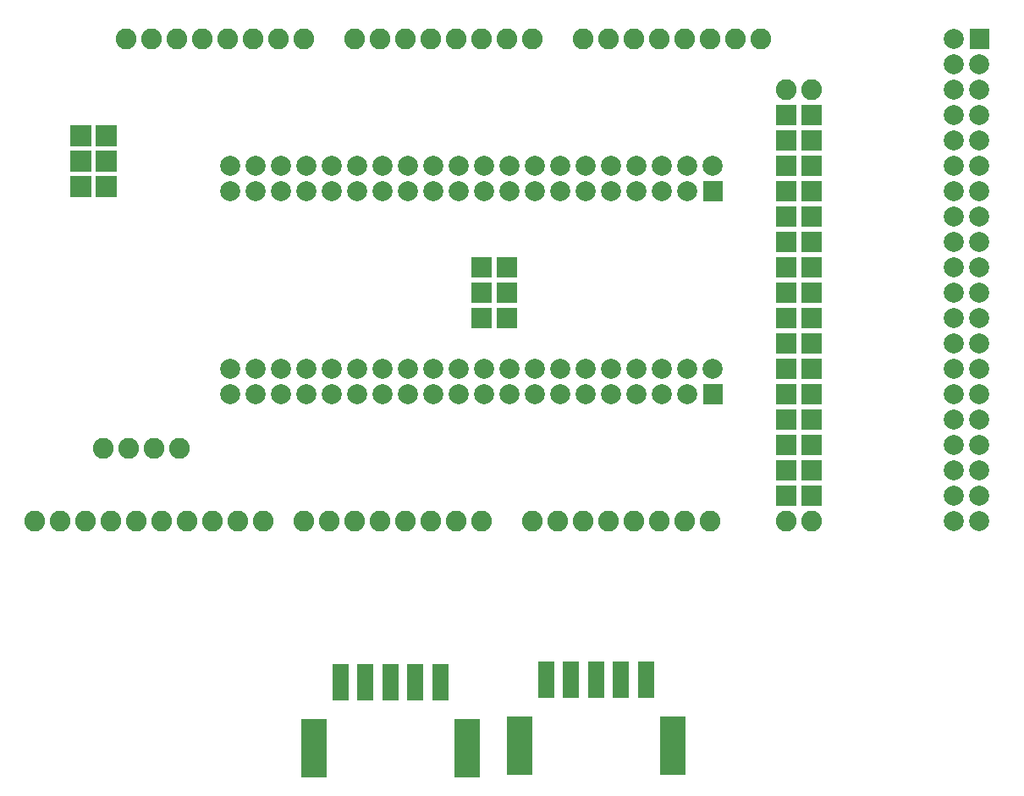
<source format=gbs>
G04 Layer: BottomSolderMaskLayer*
G04 EasyEDA v6.4.17, 2021-03-06T12:48:26--8:00*
G04 ee12d80863e34575bd4b21ebeaabd800,b5aacd518854429a9b9924e8a25dcfd8,10*
G04 Gerber Generator version 0.2*
G04 Scale: 100 percent, Rotated: No, Reflected: No *
G04 Dimensions in inches *
G04 leading zeros omitted , absolute positions ,3 integer and 6 decimal *
%FSLAX36Y36*%
%MOIN*%

%ADD46C,0.0820*%
%ADD47R,0.0820X0.0820*%
%ADD49C,0.0789*%

%LPD*%
G36*
X1745399Y-1655000D02*
G01*
X1745399Y-1513000D01*
X1808400Y-1513000D01*
X1808400Y-1655000D01*
G37*
G36*
X1646899Y-1655000D02*
G01*
X1646899Y-1513000D01*
X1709899Y-1513000D01*
X1709899Y-1655000D01*
G37*
G36*
X1548500Y-1655000D02*
G01*
X1548500Y-1513000D01*
X1611499Y-1513000D01*
X1611499Y-1655000D01*
G37*
G36*
X1450100Y-1655000D02*
G01*
X1450100Y-1513000D01*
X1513100Y-1513000D01*
X1513100Y-1655000D01*
G37*
G36*
X1351599Y-1655000D02*
G01*
X1351599Y-1513000D01*
X1414600Y-1513000D01*
X1414600Y-1655000D01*
G37*
G36*
X1831700Y-1957800D02*
G01*
X1831700Y-1729800D01*
X1930699Y-1729800D01*
X1930699Y-1957800D01*
G37*
G36*
X1229300Y-1957800D02*
G01*
X1229300Y-1729800D01*
X1328299Y-1729800D01*
X1328299Y-1957800D01*
G37*
G36*
X2555399Y-1645000D02*
G01*
X2555399Y-1503000D01*
X2618400Y-1503000D01*
X2618400Y-1645000D01*
G37*
G36*
X2456899Y-1645000D02*
G01*
X2456899Y-1503000D01*
X2519899Y-1503000D01*
X2519899Y-1645000D01*
G37*
G36*
X2358500Y-1645000D02*
G01*
X2358500Y-1503000D01*
X2421499Y-1503000D01*
X2421499Y-1645000D01*
G37*
G36*
X2260100Y-1645000D02*
G01*
X2260100Y-1503000D01*
X2323100Y-1503000D01*
X2323100Y-1645000D01*
G37*
G36*
X2161599Y-1645000D02*
G01*
X2161599Y-1503000D01*
X2224600Y-1503000D01*
X2224600Y-1645000D01*
G37*
G36*
X2641700Y-1947800D02*
G01*
X2641700Y-1719800D01*
X2740699Y-1719800D01*
X2740699Y-1947800D01*
G37*
G36*
X2039300Y-1947800D02*
G01*
X2039300Y-1719800D01*
X2138299Y-1719800D01*
X2138299Y-1947800D01*
G37*
D46*
G01*
X2438999Y950000D03*
G01*
X2538999Y950000D03*
G01*
X2638999Y950000D03*
G01*
X2738999Y950000D03*
G01*
X2838999Y950000D03*
G01*
X2938999Y950000D03*
G01*
X3038999Y950000D03*
G01*
X2338999Y950000D03*
G01*
X2238999Y-950000D03*
G01*
X2338999Y-950000D03*
G01*
X2438999Y-950000D03*
G01*
X2538999Y-950000D03*
G01*
X2638999Y-950000D03*
G01*
X2738999Y-950000D03*
G01*
X2838999Y-950000D03*
G01*
X2138999Y-950000D03*
G01*
X1538999Y950000D03*
G01*
X1638999Y950000D03*
G01*
X1738999Y950000D03*
G01*
X1838999Y950000D03*
G01*
X1938999Y950000D03*
G01*
X2038999Y950000D03*
G01*
X2138999Y950000D03*
G01*
X1438999Y950000D03*
G01*
X1338999Y-950000D03*
G01*
X1438999Y-950000D03*
G01*
X1538999Y-950000D03*
G01*
X1638999Y-950000D03*
G01*
X1738999Y-950000D03*
G01*
X1838999Y-950000D03*
G01*
X1938999Y-950000D03*
G01*
X1238999Y-950000D03*
G01*
X479000Y-950000D03*
G01*
X579000Y-950000D03*
G01*
X679000Y-950000D03*
G01*
X778999Y-950000D03*
G01*
X878999Y-950000D03*
G01*
X978999Y-950000D03*
G01*
X1078999Y-950000D03*
G01*
X379000Y-950000D03*
D47*
G01*
X3238999Y-150000D03*
G01*
X3138999Y-150000D03*
G01*
X3238999Y-250000D03*
G01*
X3138999Y-250000D03*
G01*
X3238999Y-350000D03*
G01*
X3138999Y-350000D03*
G01*
X3238999Y-450000D03*
G01*
X3138999Y-450000D03*
G01*
X3238999Y-550000D03*
G01*
X3138999Y-550000D03*
G01*
X3238999Y-650000D03*
G01*
X3138999Y-650000D03*
G01*
X3238999Y-750000D03*
G01*
X3138999Y-750000D03*
G01*
X3238999Y-850000D03*
G01*
X3138999Y-850000D03*
G01*
X3238999Y650000D03*
G01*
X3138999Y650000D03*
G01*
X3238999Y550000D03*
G01*
X3138999Y550000D03*
G01*
X3238999Y450000D03*
G01*
X3138999Y450000D03*
G01*
X3238999Y350000D03*
G01*
X3138999Y350000D03*
G01*
X3238999Y250000D03*
G01*
X3138999Y250000D03*
G01*
X3238999Y150000D03*
G01*
X3138999Y150000D03*
G01*
X3238999Y50000D03*
G01*
X3138999Y50000D03*
G01*
X3238999Y-50000D03*
G01*
X3138999Y-50000D03*
D46*
G01*
X3138999Y750000D03*
G01*
X3238999Y750000D03*
G01*
X3138999Y-950000D03*
G01*
X3238999Y-950000D03*
G01*
X739000Y950000D03*
G01*
X838999Y950000D03*
G01*
X938999Y950000D03*
G01*
X1038999Y950000D03*
G01*
X1138999Y950000D03*
G01*
X1238999Y950000D03*
G01*
X279000Y-950000D03*
G01*
X179000Y-950000D03*
G01*
X639000Y950000D03*
G01*
X539000Y950000D03*
D47*
G01*
X2038999Y50000D03*
G01*
X1938999Y50000D03*
G01*
X2038999Y-50000D03*
G01*
X1938999Y-50000D03*
G01*
X2038999Y-150000D03*
G01*
X1938999Y-150000D03*
G36*
X320000Y329000D02*
G01*
X320000Y410999D01*
X401999Y410999D01*
X401999Y329000D01*
G37*
G36*
X420000Y329000D02*
G01*
X420000Y410999D01*
X501999Y410999D01*
X501999Y329000D01*
G37*
G36*
X320000Y429000D02*
G01*
X320000Y510999D01*
X401999Y510999D01*
X401999Y429000D01*
G37*
G36*
X420000Y429000D02*
G01*
X420000Y510999D01*
X501999Y510999D01*
X501999Y429000D01*
G37*
G36*
X320000Y529000D02*
G01*
X320000Y610999D01*
X401999Y610999D01*
X401999Y529000D01*
G37*
G36*
X420000Y529000D02*
G01*
X420000Y610999D01*
X501999Y610999D01*
X501999Y529000D01*
G37*
D46*
G01*
X749000Y-661999D03*
G01*
X649000Y-661999D03*
G01*
X549000Y-661999D03*
G01*
X449000Y-661999D03*
G36*
X2810600Y310599D02*
G01*
X2810600Y389400D01*
X2889399Y389400D01*
X2889399Y310599D01*
G37*
D49*
G01*
X2850000Y450000D03*
G01*
X2750000Y350000D03*
G01*
X2750000Y450000D03*
G01*
X2650000Y350000D03*
G01*
X2650000Y450000D03*
G01*
X2550000Y350000D03*
G01*
X2550000Y450000D03*
G01*
X2450000Y350000D03*
G01*
X2450000Y450000D03*
G01*
X2350000Y350000D03*
G01*
X2350000Y450000D03*
G01*
X2250000Y350000D03*
G01*
X2250000Y450000D03*
G01*
X2150000Y350000D03*
G01*
X2150000Y450000D03*
G01*
X2050000Y350000D03*
G01*
X2050000Y450000D03*
G01*
X1950000Y350000D03*
G01*
X1950000Y450000D03*
G01*
X1850000Y350000D03*
G01*
X1850000Y450000D03*
G01*
X1750000Y350000D03*
G01*
X1750000Y450000D03*
G01*
X1650000Y350000D03*
G01*
X1650000Y450000D03*
G01*
X1550000Y350000D03*
G01*
X1550000Y450000D03*
G01*
X1450000Y350000D03*
G01*
X1450000Y450000D03*
G01*
X1350000Y350000D03*
G01*
X1350000Y450000D03*
G01*
X1250000Y350000D03*
G01*
X1250000Y450000D03*
G01*
X1150000Y350000D03*
G01*
X1150000Y450000D03*
G01*
X1050000Y350000D03*
G01*
X1050000Y450000D03*
G01*
X950000Y350000D03*
G01*
X950000Y450000D03*
G36*
X2810600Y-489400D02*
G01*
X2810600Y-410599D01*
X2889399Y-410599D01*
X2889399Y-489400D01*
G37*
G01*
X2850000Y-350000D03*
G01*
X2750000Y-450000D03*
G01*
X2750000Y-350000D03*
G01*
X2650000Y-450000D03*
G01*
X2650000Y-350000D03*
G01*
X2550000Y-450000D03*
G01*
X2550000Y-350000D03*
G01*
X2450000Y-450000D03*
G01*
X2450000Y-350000D03*
G01*
X2350000Y-450000D03*
G01*
X2350000Y-350000D03*
G01*
X2250000Y-450000D03*
G01*
X2250000Y-350000D03*
G01*
X2150000Y-450000D03*
G01*
X2150000Y-350000D03*
G01*
X2050000Y-450000D03*
G01*
X2050000Y-350000D03*
G01*
X1950000Y-450000D03*
G01*
X1950000Y-350000D03*
G01*
X1850000Y-450000D03*
G01*
X1850000Y-350000D03*
G01*
X1750000Y-450000D03*
G01*
X1750000Y-350000D03*
G01*
X1650000Y-450000D03*
G01*
X1650000Y-350000D03*
G01*
X1550000Y-450000D03*
G01*
X1550000Y-350000D03*
G01*
X1450000Y-450000D03*
G01*
X1450000Y-350000D03*
G01*
X1350000Y-450000D03*
G01*
X1350000Y-350000D03*
G01*
X1250000Y-450000D03*
G01*
X1250000Y-350000D03*
G01*
X1150000Y-450000D03*
G01*
X1150000Y-350000D03*
G01*
X1050000Y-450000D03*
G01*
X1050000Y-350000D03*
G01*
X950000Y-450000D03*
G01*
X950000Y-350000D03*
G36*
X3860600Y910599D02*
G01*
X3860600Y989400D01*
X3939399Y989400D01*
X3939399Y910599D01*
G37*
G01*
X3800000Y950000D03*
G01*
X3900000Y850000D03*
G01*
X3800000Y850000D03*
G01*
X3900000Y750000D03*
G01*
X3800000Y750000D03*
G01*
X3900000Y650000D03*
G01*
X3800000Y650000D03*
G01*
X3900000Y550000D03*
G01*
X3800000Y550000D03*
G01*
X3900000Y450000D03*
G01*
X3800000Y450000D03*
G01*
X3900000Y350000D03*
G01*
X3800000Y350000D03*
G01*
X3900000Y250000D03*
G01*
X3800000Y250000D03*
G01*
X3900000Y150000D03*
G01*
X3800000Y150000D03*
G01*
X3900000Y50000D03*
G01*
X3800000Y50000D03*
G01*
X3900000Y-50000D03*
G01*
X3800000Y-50000D03*
G01*
X3900000Y-150000D03*
G01*
X3800000Y-150000D03*
G01*
X3900000Y-250000D03*
G01*
X3800000Y-250000D03*
G01*
X3900000Y-350000D03*
G01*
X3800000Y-350000D03*
G01*
X3900000Y-450000D03*
G01*
X3800000Y-450000D03*
G01*
X3900000Y-550000D03*
G01*
X3800000Y-550000D03*
G01*
X3900000Y-650000D03*
G01*
X3800000Y-650000D03*
G01*
X3900000Y-750000D03*
G01*
X3800000Y-750000D03*
G01*
X3900000Y-850000D03*
G01*
X3800000Y-850000D03*
G01*
X3900000Y-950000D03*
G01*
X3800000Y-950000D03*
M02*

</source>
